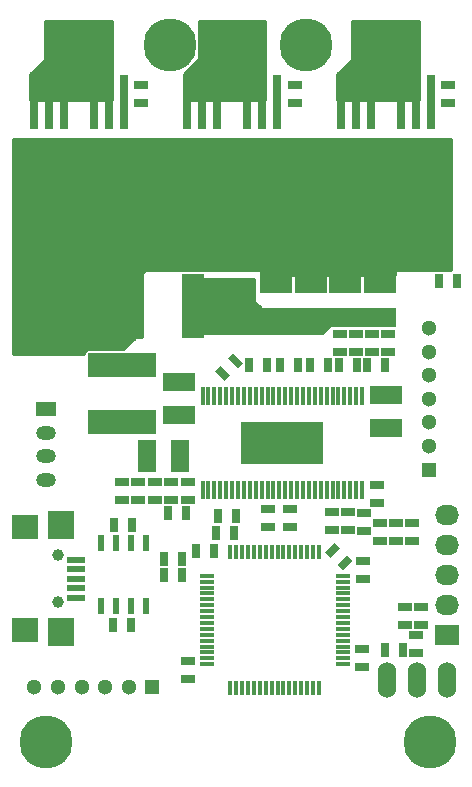
<source format=gts>
G04 #@! TF.FileFunction,Soldermask,Top*
%FSLAX46Y46*%
G04 Gerber Fmt 4.6, Leading zero omitted, Abs format (unit mm)*
G04 Created by KiCad (PCBNEW (2015-12-03 BZR 6346, Git b04f18b)-product) date 10.01.2016 19:16:16*
%MOMM*%
G01*
G04 APERTURE LIST*
%ADD10C,0.150000*%
%ADD11C,4.500000*%
%ADD12R,1.300000X1.300000*%
%ADD13C,1.300000*%
%ADD14R,1.143000X0.635000*%
%ADD15R,0.300000X1.300480*%
%ADD16R,1.300480X0.300000*%
%ADD17R,1.699260X1.198880*%
%ADD18O,1.699260X1.198880*%
%ADD19R,0.635000X1.143000*%
%ADD20R,0.599440X1.399540*%
%ADD21R,2.032000X1.727200*%
%ADD22O,2.032000X1.727200*%
%ADD23R,5.000000X4.000000*%
%ADD24O,1.524000X3.048000*%
%ADD25R,1.849120X5.499100*%
%ADD26R,1.500000X0.500000*%
%ADD27R,2.200000X2.400000*%
%ADD28R,2.200000X2.000000*%
%ADD29C,1.000000*%
%ADD30R,2.692400X1.600200*%
%ADD31R,1.600200X2.692400*%
%ADD32R,0.300000X1.550000*%
%ADD33R,7.000000X3.590000*%
%ADD34R,10.800000X9.400000*%
%ADD35R,0.800000X4.600000*%
%ADD36R,5.800000X2.000000*%
%ADD37C,0.254000*%
%ADD38C,0.200000*%
G04 APERTURE END LIST*
D10*
D11*
X116725000Y-146900000D03*
X84225000Y-146900000D03*
X106225000Y-87900000D03*
X94725000Y-87900000D03*
D12*
X93250000Y-142275000D03*
D13*
X89250000Y-142275000D03*
X91250000Y-142275000D03*
X87250000Y-142275000D03*
X85250000Y-142275000D03*
X83250000Y-142275000D03*
D12*
X116700000Y-123870000D03*
D13*
X116700000Y-119870000D03*
X116700000Y-121870000D03*
X116700000Y-117870000D03*
X116700000Y-115870000D03*
X116700000Y-113870000D03*
X116700000Y-111870000D03*
D14*
X90650000Y-124913000D03*
X90650000Y-126437000D03*
D15*
X101350000Y-142350560D03*
X101850000Y-142350560D03*
X102350000Y-142350560D03*
X102850000Y-142350560D03*
X103350000Y-142350560D03*
X99850000Y-142350560D03*
X100350000Y-142350560D03*
X100850000Y-142350560D03*
D16*
X109350560Y-140350000D03*
X109350560Y-139850000D03*
X109350560Y-139350000D03*
X109350560Y-138850000D03*
X109350560Y-138350000D03*
X109350560Y-137850000D03*
X109350560Y-137350000D03*
X109350560Y-136850000D03*
D15*
X107350000Y-130849440D03*
X106850000Y-130849440D03*
X106350000Y-130849440D03*
X105850000Y-130849440D03*
X105350000Y-130849440D03*
X104850000Y-130849440D03*
X104350000Y-130849440D03*
X103850000Y-130849440D03*
D16*
X97849440Y-132850000D03*
X97849440Y-133350000D03*
X97849440Y-133850000D03*
X97849440Y-134350000D03*
X97849440Y-134850000D03*
X97849440Y-135350000D03*
X97849440Y-135850000D03*
X97849440Y-136350000D03*
D15*
X103850000Y-142350560D03*
X104350000Y-142350560D03*
X104850000Y-142350560D03*
D16*
X109350560Y-136350000D03*
X109350560Y-135850000D03*
X109350560Y-135350000D03*
D15*
X103350000Y-130849440D03*
X102850000Y-130849440D03*
X102350000Y-130849440D03*
D16*
X97849440Y-136850000D03*
X97849440Y-137350000D03*
X97849440Y-137850000D03*
D15*
X105350000Y-142350560D03*
X105850000Y-142350560D03*
X106350000Y-142350560D03*
X106850000Y-142350560D03*
X107350000Y-142350560D03*
D16*
X109350560Y-134850000D03*
X109350560Y-134350000D03*
X109350560Y-133850000D03*
X109350560Y-133350000D03*
X109350560Y-132850000D03*
D15*
X101850000Y-130849440D03*
X101350000Y-130849440D03*
X100850000Y-130849440D03*
X100350000Y-130849440D03*
X99850000Y-130849440D03*
D16*
X97849440Y-138350000D03*
X97849440Y-138850000D03*
X97849440Y-139350000D03*
X97849440Y-139850000D03*
X97849440Y-140350000D03*
D17*
X84250000Y-118725000D03*
D18*
X84250000Y-122725000D03*
X84250000Y-120725000D03*
X84250000Y-124725000D03*
D19*
X100187000Y-129275000D03*
X98663000Y-129275000D03*
D20*
X88870000Y-130108000D03*
X88870000Y-135442000D03*
X90140000Y-130108000D03*
X91410000Y-130108000D03*
X92680000Y-130108000D03*
X90140000Y-135442000D03*
X91410000Y-135442000D03*
X92680000Y-135442000D03*
D19*
X94588000Y-127575000D03*
X96112000Y-127575000D03*
D21*
X118175000Y-137840000D03*
D22*
X118175000Y-135300000D03*
X118175000Y-132760000D03*
X118175000Y-130220000D03*
X118175000Y-127680000D03*
D23*
X113000000Y-87800000D03*
D24*
X113095000Y-141650000D03*
X115635000Y-141650000D03*
X118175000Y-141650000D03*
D25*
X96725560Y-110050000D03*
X91574440Y-110050000D03*
D23*
X100000000Y-87800000D03*
X87000000Y-87800000D03*
D14*
X115600000Y-139412000D03*
X115600000Y-137888000D03*
X110975000Y-140562000D03*
X110975000Y-139038000D03*
D10*
G36*
X107882567Y-130865790D02*
X108690790Y-130057567D01*
X109139803Y-130506580D01*
X108331580Y-131314803D01*
X107882567Y-130865790D01*
X107882567Y-130865790D01*
G37*
G36*
X108960197Y-131943420D02*
X109768420Y-131135197D01*
X110217433Y-131584210D01*
X109409210Y-132392433D01*
X108960197Y-131943420D01*
X108960197Y-131943420D01*
G37*
D19*
X96938000Y-130775000D03*
X98462000Y-130775000D03*
D14*
X96225000Y-140038000D03*
X96225000Y-141562000D03*
X111075000Y-133162000D03*
X111075000Y-131638000D03*
X103075000Y-127188000D03*
X103075000Y-128712000D03*
X94850000Y-124913000D03*
X94850000Y-126437000D03*
X108475000Y-128987000D03*
X108475000Y-127463000D03*
X93450000Y-124913000D03*
X93450000Y-126437000D03*
X104925000Y-128712000D03*
X104925000Y-127188000D03*
X112250000Y-125138000D03*
X112250000Y-126662000D03*
D10*
G36*
X100109210Y-114007567D02*
X100917433Y-114815790D01*
X100468420Y-115264803D01*
X99660197Y-114456580D01*
X100109210Y-114007567D01*
X100109210Y-114007567D01*
G37*
G36*
X99031580Y-115085197D02*
X99839803Y-115893420D01*
X99390790Y-116342433D01*
X98582567Y-115534210D01*
X99031580Y-115085197D01*
X99031580Y-115085197D01*
G37*
D19*
X102987000Y-115000000D03*
X101463000Y-115000000D03*
X105562000Y-115000000D03*
X104038000Y-115000000D03*
X108137000Y-115000000D03*
X106613000Y-115000000D03*
X109063000Y-115000000D03*
X110587000Y-115000000D03*
X112987000Y-115000000D03*
X111463000Y-115000000D03*
D14*
X114650000Y-135463000D03*
X114650000Y-136987000D03*
D19*
X91412000Y-137025000D03*
X89888000Y-137025000D03*
X119037000Y-107875000D03*
X117513000Y-107875000D03*
D14*
X116000000Y-135463000D03*
X116000000Y-136987000D03*
D19*
X114487000Y-139150000D03*
X112963000Y-139150000D03*
D14*
X92050000Y-126437000D03*
X92050000Y-124913000D03*
D19*
X100337000Y-127825000D03*
X98813000Y-127825000D03*
D14*
X96250000Y-124913000D03*
X96250000Y-126437000D03*
X118300000Y-91338000D03*
X118300000Y-92862000D03*
X105300000Y-91338000D03*
X105300000Y-92862000D03*
X92300000Y-91338000D03*
X92300000Y-92862000D03*
X109125000Y-112363000D03*
X109125000Y-113887000D03*
X110475000Y-112363000D03*
X110475000Y-113887000D03*
X111825000Y-112363000D03*
X111825000Y-113887000D03*
X113175000Y-112363000D03*
X113175000Y-113887000D03*
D19*
X95787000Y-132775000D03*
X94263000Y-132775000D03*
X95787000Y-131425000D03*
X94263000Y-131425000D03*
X90013000Y-128525000D03*
X91537000Y-128525000D03*
D26*
X86750000Y-134700000D03*
X86750000Y-133900000D03*
X86750000Y-133100000D03*
X86750000Y-132300000D03*
X86750000Y-131500000D03*
D27*
X85550000Y-128550000D03*
X85550000Y-137650000D03*
D28*
X82475000Y-128750000D03*
X82475000Y-137450000D03*
D29*
X85250000Y-131100000D03*
X85250000Y-135100000D03*
D30*
X109600000Y-110947000D03*
X109600000Y-108153000D03*
X103700000Y-110947000D03*
X103700000Y-108153000D03*
X106650000Y-110947000D03*
X106650000Y-108153000D03*
X95500000Y-119272000D03*
X95500000Y-116478000D03*
X113000000Y-117578000D03*
X113000000Y-120372000D03*
X112550000Y-108153000D03*
X112550000Y-110947000D03*
D14*
X109825000Y-129012000D03*
X109825000Y-127488000D03*
D31*
X92753000Y-122750000D03*
X95547000Y-122750000D03*
D14*
X115225000Y-129912000D03*
X115225000Y-128388000D03*
X113875000Y-129912000D03*
X113875000Y-128388000D03*
X112525000Y-129912000D03*
X112525000Y-128388000D03*
X111175000Y-129037000D03*
X111175000Y-127513000D03*
D32*
X106500000Y-117600000D03*
X106000000Y-117600000D03*
X105500000Y-117600000D03*
X105000000Y-117600000D03*
X104500000Y-117600000D03*
X104000000Y-117600000D03*
X103500000Y-117600000D03*
X103000000Y-117600000D03*
X102500000Y-117600000D03*
X102000000Y-117600000D03*
X101500000Y-117600000D03*
X111000000Y-117600000D03*
X110500000Y-117600000D03*
X110000000Y-117600000D03*
X105500000Y-125600000D03*
X109000000Y-117600000D03*
X108500000Y-117600000D03*
X108000000Y-117600000D03*
X107500000Y-117600000D03*
X107000000Y-117600000D03*
X103000000Y-125600000D03*
X103500000Y-125600000D03*
X104000000Y-125600000D03*
X104500000Y-125600000D03*
X105000000Y-125600000D03*
X109500000Y-117600000D03*
X106000000Y-125600000D03*
X106500000Y-125600000D03*
X107000000Y-125600000D03*
X107500000Y-125600000D03*
X108000000Y-125600000D03*
X108500000Y-125600000D03*
X109000000Y-125600000D03*
X97500000Y-125600000D03*
X98000000Y-125600000D03*
X98500000Y-125600000D03*
X99000000Y-125600000D03*
X99500000Y-125600000D03*
X100000000Y-125600000D03*
X100500000Y-125600000D03*
X101000000Y-125600000D03*
X101500000Y-125600000D03*
X102000000Y-125600000D03*
X102500000Y-125600000D03*
X109500000Y-125600000D03*
X110000000Y-125600000D03*
X110500000Y-125600000D03*
X111000000Y-125600000D03*
X101000000Y-117600000D03*
X100500000Y-117600000D03*
X100000000Y-117600000D03*
X99500000Y-117600000D03*
X99000000Y-117600000D03*
X98500000Y-117600000D03*
X98000000Y-117600000D03*
X97500000Y-117600000D03*
D33*
X104250000Y-121600000D03*
D34*
X87000000Y-101850000D03*
D35*
X90810000Y-92700000D03*
X89540000Y-92700000D03*
X88270000Y-92700000D03*
X85730000Y-92700000D03*
X84460000Y-92700000D03*
X83190000Y-92700000D03*
D34*
X100000000Y-101850000D03*
D35*
X103810000Y-92700000D03*
X102540000Y-92700000D03*
X101270000Y-92700000D03*
X98730000Y-92700000D03*
X97460000Y-92700000D03*
X96190000Y-92700000D03*
D34*
X113000000Y-101850000D03*
D35*
X116810000Y-92700000D03*
X115540000Y-92700000D03*
X114270000Y-92700000D03*
X111730000Y-92700000D03*
X110460000Y-92700000D03*
X109190000Y-92700000D03*
D36*
X90650000Y-115000000D03*
X90650000Y-119800000D03*
D37*
G36*
X89823000Y-92548000D02*
X82902000Y-92548000D01*
X82902000Y-90402606D01*
X84139803Y-89164803D01*
X84167666Y-89122789D01*
X84177000Y-89075000D01*
X84177000Y-85877000D01*
X89823000Y-85877000D01*
X89823000Y-92548000D01*
X89823000Y-92548000D01*
G37*
X89823000Y-92548000D02*
X82902000Y-92548000D01*
X82902000Y-90402606D01*
X84139803Y-89164803D01*
X84167666Y-89122789D01*
X84177000Y-89075000D01*
X84177000Y-85877000D01*
X89823000Y-85877000D01*
X89823000Y-92548000D01*
G36*
X118573000Y-106973000D02*
X113900000Y-106973000D01*
X113850590Y-106983006D01*
X113808965Y-107011447D01*
X113781685Y-107053841D01*
X113773000Y-107100000D01*
X113773000Y-107423000D01*
X102477000Y-107423000D01*
X102477000Y-107100000D01*
X102466994Y-107050590D01*
X102438553Y-107008965D01*
X102396159Y-106981685D01*
X102350000Y-106973000D01*
X92700000Y-106973000D01*
X92650590Y-106983006D01*
X92610197Y-107010197D01*
X92385197Y-107235197D01*
X92357334Y-107277211D01*
X92348000Y-107325000D01*
X92348000Y-112648000D01*
X91850000Y-112648000D01*
X91800590Y-112658006D01*
X91760197Y-112685197D01*
X90772394Y-113673000D01*
X87750000Y-113673000D01*
X87700590Y-113683006D01*
X87660197Y-113710197D01*
X87460197Y-113910197D01*
X87432334Y-113952211D01*
X87423000Y-114000000D01*
X87423000Y-114073000D01*
X81427000Y-114073000D01*
X81427000Y-95877000D01*
X118573000Y-95877000D01*
X118573000Y-106973000D01*
X118573000Y-106973000D01*
G37*
X118573000Y-106973000D02*
X113900000Y-106973000D01*
X113850590Y-106983006D01*
X113808965Y-107011447D01*
X113781685Y-107053841D01*
X113773000Y-107100000D01*
X113773000Y-107423000D01*
X102477000Y-107423000D01*
X102477000Y-107100000D01*
X102466994Y-107050590D01*
X102438553Y-107008965D01*
X102396159Y-106981685D01*
X102350000Y-106973000D01*
X92700000Y-106973000D01*
X92650590Y-106983006D01*
X92610197Y-107010197D01*
X92385197Y-107235197D01*
X92357334Y-107277211D01*
X92348000Y-107325000D01*
X92348000Y-112648000D01*
X91850000Y-112648000D01*
X91800590Y-112658006D01*
X91760197Y-112685197D01*
X90772394Y-113673000D01*
X87750000Y-113673000D01*
X87700590Y-113683006D01*
X87660197Y-113710197D01*
X87460197Y-113910197D01*
X87432334Y-113952211D01*
X87423000Y-114000000D01*
X87423000Y-114073000D01*
X81427000Y-114073000D01*
X81427000Y-95877000D01*
X118573000Y-95877000D01*
X118573000Y-106973000D01*
G36*
X102823000Y-92548000D02*
X95902000Y-92548000D01*
X95902000Y-90402606D01*
X97139803Y-89164803D01*
X97167666Y-89122789D01*
X97177000Y-89075000D01*
X97177000Y-85877000D01*
X102823000Y-85877000D01*
X102823000Y-92548000D01*
X102823000Y-92548000D01*
G37*
X102823000Y-92548000D02*
X95902000Y-92548000D01*
X95902000Y-90402606D01*
X97139803Y-89164803D01*
X97167666Y-89122789D01*
X97177000Y-89075000D01*
X97177000Y-85877000D01*
X102823000Y-85877000D01*
X102823000Y-92548000D01*
G36*
X115823000Y-92548000D02*
X108902000Y-92548000D01*
X108902000Y-90402606D01*
X110139803Y-89164803D01*
X110167666Y-89122789D01*
X110177000Y-89075000D01*
X110177000Y-85877000D01*
X115823000Y-85877000D01*
X115823000Y-92548000D01*
X115823000Y-92548000D01*
G37*
X115823000Y-92548000D02*
X108902000Y-92548000D01*
X108902000Y-90402606D01*
X110139803Y-89164803D01*
X110167666Y-89122789D01*
X110177000Y-89075000D01*
X110177000Y-85877000D01*
X115823000Y-85877000D01*
X115823000Y-92548000D01*
D38*
G36*
X101900000Y-109575000D02*
X101907879Y-109613906D01*
X101929289Y-109645711D01*
X102504289Y-110220711D01*
X102537371Y-110242650D01*
X102575000Y-110250000D01*
X113800000Y-110250000D01*
X113800000Y-111700000D01*
X108425000Y-111700000D01*
X108386094Y-111707879D01*
X108354289Y-111729289D01*
X107708578Y-112375000D01*
X97650000Y-112375000D01*
X97650000Y-107725000D01*
X101900000Y-107725000D01*
X101900000Y-109575000D01*
X101900000Y-109575000D01*
G37*
X101900000Y-109575000D02*
X101907879Y-109613906D01*
X101929289Y-109645711D01*
X102504289Y-110220711D01*
X102537371Y-110242650D01*
X102575000Y-110250000D01*
X113800000Y-110250000D01*
X113800000Y-111700000D01*
X108425000Y-111700000D01*
X108386094Y-111707879D01*
X108354289Y-111729289D01*
X107708578Y-112375000D01*
X97650000Y-112375000D01*
X97650000Y-107725000D01*
X101900000Y-107725000D01*
X101900000Y-109575000D01*
M02*

</source>
